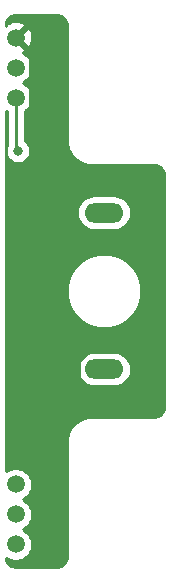
<source format=gbr>
%TF.GenerationSoftware,KiCad,Pcbnew,5.1.9-73d0e3b20d~88~ubuntu20.04.1*%
%TF.CreationDate,2021-04-11T19:31:59-07:00*%
%TF.ProjectId,encoder,656e636f-6465-4722-9e6b-696361645f70,rev?*%
%TF.SameCoordinates,Original*%
%TF.FileFunction,Copper,L2,Bot*%
%TF.FilePolarity,Positive*%
%FSLAX46Y46*%
G04 Gerber Fmt 4.6, Leading zero omitted, Abs format (unit mm)*
G04 Created by KiCad (PCBNEW 5.1.9-73d0e3b20d~88~ubuntu20.04.1) date 2021-04-11 19:31:59*
%MOMM*%
%LPD*%
G01*
G04 APERTURE LIST*
%TA.AperFunction,ComponentPad*%
%ADD10O,3.300000X1.650000*%
%TD*%
%TA.AperFunction,ComponentPad*%
%ADD11C,1.520000*%
%TD*%
%TA.AperFunction,ViaPad*%
%ADD12C,0.800000*%
%TD*%
%TA.AperFunction,Conductor*%
%ADD13C,0.250000*%
%TD*%
%TA.AperFunction,Conductor*%
%ADD14C,0.500000*%
%TD*%
%TA.AperFunction,Conductor*%
%ADD15C,0.254000*%
%TD*%
%TA.AperFunction,Conductor*%
%ADD16C,0.100000*%
%TD*%
G04 APERTURE END LIST*
D10*
%TO.P,CN1,7*%
%TO.N,/MOTOR-*%
X100000000Y-93374800D03*
%TO.P,CN1,8*%
%TO.N,/MOTOR+*%
X100000000Y-106624800D03*
D11*
%TO.P,CN1,3*%
%TO.N,/QUADB*%
X92519900Y-83620000D03*
%TO.P,CN1,2*%
%TO.N,/QUADA*%
X92519900Y-81080000D03*
%TO.P,CN1,1*%
%TO.N,/GND*%
X92519900Y-78540000D03*
%TO.P,CN1,6*%
%TO.N,/MOTOR-*%
X92519900Y-121460000D03*
%TO.P,CN1,5*%
%TO.N,/MOTOR+*%
X92519900Y-118920000D03*
%TO.P,CN1,4*%
%TO.N,/VCC*%
X92519900Y-116380000D03*
%TD*%
D12*
%TO.N,/QUADB*%
X92710000Y-88138000D03*
%TO.N,/GND*%
X94600000Y-98500000D03*
X94570000Y-101060000D03*
X94190000Y-111480000D03*
X93465010Y-89650094D03*
X93472000Y-122936000D03*
X98044000Y-108204000D03*
X100584000Y-104648000D03*
%TD*%
D13*
%TO.N,/QUADB*%
X92519900Y-87947900D02*
X92710000Y-88138000D01*
X92519900Y-83620000D02*
X92519900Y-87947900D01*
D14*
%TO.N,/GND*%
X94600000Y-98500000D02*
X94600000Y-101030000D01*
X94600000Y-101030000D02*
X94570000Y-101060000D01*
X94570000Y-108320000D02*
X94570000Y-101060000D01*
X94565000Y-108315000D02*
X94570000Y-108320000D01*
X94190000Y-108690000D02*
X94565000Y-108315000D01*
X94190000Y-111480000D02*
X94190000Y-108690000D01*
X93465010Y-97365010D02*
X93465010Y-89650094D01*
X94600000Y-98500000D02*
X93465010Y-97365010D01*
X93890002Y-89225102D02*
X93465010Y-89650094D01*
X93890002Y-79910102D02*
X93890002Y-89225102D01*
X92519900Y-78540000D02*
X93890002Y-79910102D01*
X94190000Y-122218000D02*
X93472000Y-122936000D01*
X94190000Y-111480000D02*
X94190000Y-122218000D01*
X94768000Y-111480000D02*
X98044000Y-108204000D01*
X94190000Y-111480000D02*
X94768000Y-111480000D01*
X98044000Y-108204000D02*
X97790000Y-107950000D01*
X97790000Y-107950000D02*
X97790000Y-105918000D01*
X99060000Y-104648000D02*
X100584000Y-104648000D01*
X97790000Y-105918000D02*
X99060000Y-104648000D01*
%TD*%
D15*
%TO.N,/GND*%
X96111703Y-76670542D02*
X96111705Y-76670542D01*
X96159926Y-76674251D01*
X96211037Y-76686046D01*
X96278418Y-76708506D01*
X96355168Y-76740486D01*
X96424388Y-76775096D01*
X96475561Y-76807661D01*
X96532739Y-76853404D01*
X96592665Y-76907337D01*
X96646606Y-76967271D01*
X96692338Y-77024437D01*
X96724904Y-77075612D01*
X96759514Y-77144832D01*
X96791495Y-77221585D01*
X96813954Y-77288964D01*
X96825749Y-77340074D01*
X96829458Y-77388295D01*
X96829458Y-77388296D01*
X96840001Y-77525354D01*
X96840000Y-87192974D01*
X96839458Y-87218296D01*
X96840000Y-87225342D01*
X96840000Y-87232418D01*
X96842486Y-87257657D01*
X96849458Y-87348295D01*
X96849458Y-87348296D01*
X96858281Y-87462997D01*
X96857115Y-87480190D01*
X96863256Y-87527670D01*
X96864431Y-87542943D01*
X96867415Y-87559827D01*
X96869613Y-87576818D01*
X96873055Y-87591734D01*
X96881390Y-87638889D01*
X96887643Y-87654949D01*
X96906715Y-87737597D01*
X96913618Y-87767954D01*
X96913952Y-87768956D01*
X96914192Y-87769996D01*
X96924196Y-87799688D01*
X96961254Y-87910864D01*
X96968301Y-87933920D01*
X96971493Y-87941580D01*
X96974121Y-87949465D01*
X96983960Y-87971501D01*
X97027045Y-88074906D01*
X97035180Y-88096164D01*
X97039516Y-88104837D01*
X97043239Y-88113771D01*
X97053992Y-88133787D01*
X97081339Y-88188481D01*
X97081778Y-88190055D01*
X97110393Y-88246589D01*
X97124177Y-88274157D01*
X97125043Y-88275532D01*
X97125779Y-88276987D01*
X97142382Y-88303077D01*
X97176082Y-88356613D01*
X97177205Y-88357798D01*
X97180043Y-88362259D01*
X97181259Y-88365301D01*
X97214910Y-88417050D01*
X97230589Y-88441688D01*
X97232599Y-88444252D01*
X97234375Y-88446983D01*
X97252611Y-88469777D01*
X97290703Y-88518366D01*
X97293190Y-88520501D01*
X97326365Y-88561971D01*
X97337739Y-88577419D01*
X97346603Y-88587267D01*
X97354879Y-88597613D01*
X97368271Y-88611343D01*
X97407500Y-88654931D01*
X97408703Y-88656923D01*
X97450885Y-88703138D01*
X97471113Y-88725613D01*
X97472830Y-88727180D01*
X97474387Y-88728886D01*
X97496760Y-88749022D01*
X97543077Y-88791297D01*
X97545069Y-88792500D01*
X97588660Y-88831733D01*
X97602387Y-88845121D01*
X97612725Y-88853392D01*
X97622580Y-88862261D01*
X97638035Y-88873640D01*
X97679500Y-88906812D01*
X97681634Y-88909297D01*
X97730180Y-88947356D01*
X97753016Y-88965625D01*
X97755753Y-88967405D01*
X97758312Y-88969411D01*
X97782930Y-88985077D01*
X97834698Y-89018740D01*
X97837738Y-89019955D01*
X97842202Y-89022795D01*
X97843387Y-89023918D01*
X97896923Y-89057618D01*
X97923013Y-89074221D01*
X97924468Y-89074957D01*
X97925843Y-89075823D01*
X97953411Y-89089607D01*
X98009945Y-89118222D01*
X98011519Y-89118661D01*
X98066213Y-89146008D01*
X98086229Y-89156761D01*
X98095163Y-89160484D01*
X98103836Y-89164820D01*
X98125087Y-89172952D01*
X98228499Y-89216040D01*
X98250535Y-89225879D01*
X98258420Y-89228507D01*
X98266080Y-89231699D01*
X98289133Y-89238745D01*
X98400388Y-89275830D01*
X98430004Y-89285808D01*
X98431041Y-89286047D01*
X98432045Y-89286382D01*
X98462458Y-89293297D01*
X98545052Y-89312357D01*
X98561111Y-89318610D01*
X98608263Y-89326944D01*
X98623181Y-89330387D01*
X98640175Y-89332585D01*
X98657057Y-89335569D01*
X98672329Y-89336744D01*
X98719810Y-89342885D01*
X98737003Y-89341719D01*
X98851703Y-89350542D01*
X98851705Y-89350542D01*
X98942341Y-89357514D01*
X98967581Y-89360000D01*
X98974657Y-89360000D01*
X98981703Y-89360542D01*
X99007025Y-89360000D01*
X104224659Y-89360000D01*
X104361703Y-89370542D01*
X104361705Y-89370542D01*
X104409926Y-89374251D01*
X104461037Y-89386046D01*
X104528418Y-89408506D01*
X104605168Y-89440486D01*
X104674388Y-89475096D01*
X104725561Y-89507661D01*
X104782739Y-89553404D01*
X104842665Y-89607337D01*
X104896606Y-89667271D01*
X104942338Y-89724437D01*
X104974904Y-89775612D01*
X105009514Y-89844832D01*
X105041495Y-89921585D01*
X105063954Y-89988964D01*
X105075749Y-90040074D01*
X105079458Y-90088295D01*
X105079458Y-90088296D01*
X105090001Y-90225354D01*
X105090000Y-109774659D01*
X105079458Y-109911704D01*
X105075749Y-109959926D01*
X105063954Y-110011036D01*
X105041495Y-110078415D01*
X105009514Y-110155168D01*
X104974904Y-110224388D01*
X104942338Y-110275563D01*
X104896606Y-110332729D01*
X104842665Y-110392663D01*
X104782739Y-110446596D01*
X104725561Y-110492339D01*
X104674388Y-110524904D01*
X104605168Y-110559514D01*
X104528418Y-110591494D01*
X104461037Y-110613954D01*
X104409926Y-110625749D01*
X104361705Y-110629458D01*
X104361703Y-110629458D01*
X104224659Y-110640000D01*
X99007025Y-110640000D01*
X98981703Y-110639458D01*
X98974657Y-110640000D01*
X98967581Y-110640000D01*
X98942341Y-110642486D01*
X98851705Y-110649458D01*
X98851703Y-110649458D01*
X98737003Y-110658281D01*
X98719810Y-110657115D01*
X98672329Y-110663256D01*
X98657057Y-110664431D01*
X98640175Y-110667415D01*
X98623181Y-110669613D01*
X98608263Y-110673056D01*
X98561111Y-110681390D01*
X98545052Y-110687643D01*
X98462458Y-110706703D01*
X98432045Y-110713618D01*
X98431041Y-110713953D01*
X98430004Y-110714192D01*
X98400388Y-110724170D01*
X98289133Y-110761255D01*
X98266080Y-110768301D01*
X98258420Y-110771493D01*
X98250535Y-110774121D01*
X98228499Y-110783960D01*
X98125087Y-110827048D01*
X98103836Y-110835180D01*
X98095163Y-110839516D01*
X98086229Y-110843239D01*
X98066213Y-110853992D01*
X98011519Y-110881339D01*
X98009945Y-110881778D01*
X97953411Y-110910393D01*
X97925843Y-110924177D01*
X97924468Y-110925043D01*
X97923013Y-110925779D01*
X97896923Y-110942382D01*
X97843387Y-110976082D01*
X97842202Y-110977205D01*
X97837738Y-110980045D01*
X97834698Y-110981260D01*
X97782930Y-111014923D01*
X97758312Y-111030589D01*
X97755753Y-111032595D01*
X97753016Y-111034375D01*
X97730180Y-111052644D01*
X97681634Y-111090703D01*
X97679500Y-111093188D01*
X97638035Y-111126360D01*
X97622580Y-111137739D01*
X97612725Y-111146608D01*
X97602387Y-111154879D01*
X97588660Y-111168267D01*
X97545069Y-111207500D01*
X97543077Y-111208703D01*
X97496760Y-111250978D01*
X97474387Y-111271114D01*
X97472830Y-111272820D01*
X97471113Y-111274387D01*
X97450885Y-111296862D01*
X97408703Y-111343077D01*
X97407500Y-111345069D01*
X97368271Y-111388657D01*
X97354879Y-111402387D01*
X97346603Y-111412733D01*
X97337739Y-111422581D01*
X97326365Y-111438029D01*
X97293190Y-111479499D01*
X97290703Y-111481634D01*
X97252611Y-111530223D01*
X97234375Y-111553017D01*
X97232599Y-111555748D01*
X97230589Y-111558312D01*
X97214910Y-111582950D01*
X97181259Y-111634699D01*
X97180043Y-111637741D01*
X97177205Y-111642202D01*
X97176082Y-111643387D01*
X97142445Y-111696823D01*
X97125779Y-111723013D01*
X97125043Y-111724468D01*
X97124177Y-111725843D01*
X97110393Y-111753411D01*
X97081778Y-111809945D01*
X97081339Y-111811519D01*
X97053992Y-111866213D01*
X97043239Y-111886229D01*
X97039516Y-111895163D01*
X97035180Y-111903836D01*
X97027045Y-111925094D01*
X96983960Y-112028499D01*
X96974121Y-112050535D01*
X96971493Y-112058420D01*
X96968301Y-112066080D01*
X96961254Y-112089136D01*
X96924196Y-112200312D01*
X96914192Y-112230004D01*
X96913952Y-112231044D01*
X96913618Y-112232046D01*
X96906715Y-112262403D01*
X96887643Y-112345051D01*
X96881390Y-112361111D01*
X96873055Y-112408266D01*
X96869613Y-112423182D01*
X96867415Y-112440173D01*
X96864431Y-112457057D01*
X96863256Y-112472330D01*
X96857115Y-112519810D01*
X96858281Y-112537003D01*
X96854431Y-112587057D01*
X96842483Y-112742384D01*
X96840001Y-112767581D01*
X96840001Y-112774645D01*
X96839458Y-112781704D01*
X96840001Y-112807072D01*
X96840000Y-122474659D01*
X96829458Y-122611703D01*
X96825749Y-122659926D01*
X96813954Y-122711036D01*
X96791495Y-122778415D01*
X96759514Y-122855168D01*
X96724904Y-122924388D01*
X96692338Y-122975563D01*
X96646606Y-123032729D01*
X96592665Y-123092663D01*
X96532739Y-123146596D01*
X96475561Y-123192339D01*
X96424388Y-123224904D01*
X96355168Y-123259514D01*
X96278418Y-123291494D01*
X96211037Y-123313954D01*
X96159926Y-123325749D01*
X96111705Y-123329458D01*
X96111703Y-123329458D01*
X95974659Y-123340000D01*
X92525341Y-123340000D01*
X92388296Y-123329458D01*
X92388295Y-123329458D01*
X92340074Y-123325749D01*
X92288964Y-123313954D01*
X92221585Y-123291495D01*
X92144832Y-123259514D01*
X92075612Y-123224904D01*
X92024437Y-123192338D01*
X91967271Y-123146606D01*
X91907337Y-123092665D01*
X91853404Y-123032739D01*
X91807661Y-122975561D01*
X91775096Y-122924388D01*
X91740486Y-122855168D01*
X91708506Y-122778418D01*
X91686046Y-122711037D01*
X91674251Y-122659926D01*
X91670542Y-122611703D01*
X91667179Y-122567982D01*
X91859120Y-122696233D01*
X92112993Y-122801391D01*
X92382504Y-122855000D01*
X92657296Y-122855000D01*
X92926807Y-122801391D01*
X93180680Y-122696233D01*
X93409161Y-122543567D01*
X93603467Y-122349261D01*
X93756133Y-122120780D01*
X93861291Y-121866907D01*
X93914900Y-121597396D01*
X93914900Y-121322604D01*
X93861291Y-121053093D01*
X93756133Y-120799220D01*
X93603467Y-120570739D01*
X93409161Y-120376433D01*
X93180680Y-120223767D01*
X93099160Y-120190000D01*
X93180680Y-120156233D01*
X93409161Y-120003567D01*
X93603467Y-119809261D01*
X93756133Y-119580780D01*
X93861291Y-119326907D01*
X93914900Y-119057396D01*
X93914900Y-118782604D01*
X93861291Y-118513093D01*
X93756133Y-118259220D01*
X93603467Y-118030739D01*
X93409161Y-117836433D01*
X93180680Y-117683767D01*
X93099160Y-117650000D01*
X93180680Y-117616233D01*
X93409161Y-117463567D01*
X93603467Y-117269261D01*
X93756133Y-117040780D01*
X93861291Y-116786907D01*
X93914900Y-116517396D01*
X93914900Y-116242604D01*
X93861291Y-115973093D01*
X93756133Y-115719220D01*
X93603467Y-115490739D01*
X93409161Y-115296433D01*
X93180680Y-115143767D01*
X92926807Y-115038609D01*
X92657296Y-114985000D01*
X92382504Y-114985000D01*
X92112993Y-115038609D01*
X91859120Y-115143767D01*
X91660000Y-115276815D01*
X91660000Y-106624800D01*
X97707936Y-106624800D01*
X97736125Y-106911010D01*
X97819610Y-107186221D01*
X97955181Y-107439857D01*
X98137629Y-107662171D01*
X98359943Y-107844619D01*
X98613579Y-107980190D01*
X98888790Y-108063675D01*
X99103277Y-108084800D01*
X100896723Y-108084800D01*
X101111210Y-108063675D01*
X101386421Y-107980190D01*
X101640057Y-107844619D01*
X101862371Y-107662171D01*
X102044819Y-107439857D01*
X102180390Y-107186221D01*
X102263875Y-106911010D01*
X102292064Y-106624800D01*
X102263875Y-106338590D01*
X102180390Y-106063379D01*
X102044819Y-105809743D01*
X101862371Y-105587429D01*
X101640057Y-105404981D01*
X101386421Y-105269410D01*
X101111210Y-105185925D01*
X100896723Y-105164800D01*
X99103277Y-105164800D01*
X98888790Y-105185925D01*
X98613579Y-105269410D01*
X98359943Y-105404981D01*
X98137629Y-105587429D01*
X97955181Y-105809743D01*
X97819610Y-106063379D01*
X97736125Y-106338590D01*
X97707936Y-106624800D01*
X91660000Y-106624800D01*
X91660000Y-99688767D01*
X96840000Y-99688767D01*
X96840000Y-100311233D01*
X96961437Y-100921738D01*
X97199644Y-101496821D01*
X97545468Y-102014383D01*
X97985617Y-102454532D01*
X98503179Y-102800356D01*
X99078262Y-103038563D01*
X99688767Y-103160000D01*
X100311233Y-103160000D01*
X100921738Y-103038563D01*
X101496821Y-102800356D01*
X102014383Y-102454532D01*
X102454532Y-102014383D01*
X102800356Y-101496821D01*
X103038563Y-100921738D01*
X103160000Y-100311233D01*
X103160000Y-99688767D01*
X103038563Y-99078262D01*
X102800356Y-98503179D01*
X102454532Y-97985617D01*
X102014383Y-97545468D01*
X101496821Y-97199644D01*
X100921738Y-96961437D01*
X100311233Y-96840000D01*
X99688767Y-96840000D01*
X99078262Y-96961437D01*
X98503179Y-97199644D01*
X97985617Y-97545468D01*
X97545468Y-97985617D01*
X97199644Y-98503179D01*
X96961437Y-99078262D01*
X96840000Y-99688767D01*
X91660000Y-99688767D01*
X91660000Y-93374800D01*
X97707936Y-93374800D01*
X97736125Y-93661010D01*
X97819610Y-93936221D01*
X97955181Y-94189857D01*
X98137629Y-94412171D01*
X98359943Y-94594619D01*
X98613579Y-94730190D01*
X98888790Y-94813675D01*
X99103277Y-94834800D01*
X100896723Y-94834800D01*
X101111210Y-94813675D01*
X101386421Y-94730190D01*
X101640057Y-94594619D01*
X101862371Y-94412171D01*
X102044819Y-94189857D01*
X102180390Y-93936221D01*
X102263875Y-93661010D01*
X102292064Y-93374800D01*
X102263875Y-93088590D01*
X102180390Y-92813379D01*
X102044819Y-92559743D01*
X101862371Y-92337429D01*
X101640057Y-92154981D01*
X101386421Y-92019410D01*
X101111210Y-91935925D01*
X100896723Y-91914800D01*
X99103277Y-91914800D01*
X98888790Y-91935925D01*
X98613579Y-92019410D01*
X98359943Y-92154981D01*
X98137629Y-92337429D01*
X97955181Y-92559743D01*
X97819610Y-92813379D01*
X97736125Y-93088590D01*
X97707936Y-93374800D01*
X91660000Y-93374800D01*
X91660000Y-84723185D01*
X91759900Y-84789937D01*
X91759901Y-87727157D01*
X91714774Y-87836102D01*
X91675000Y-88036061D01*
X91675000Y-88239939D01*
X91714774Y-88439898D01*
X91792795Y-88628256D01*
X91906063Y-88797774D01*
X92050226Y-88941937D01*
X92219744Y-89055205D01*
X92408102Y-89133226D01*
X92608061Y-89173000D01*
X92811939Y-89173000D01*
X93011898Y-89133226D01*
X93200256Y-89055205D01*
X93369774Y-88941937D01*
X93513937Y-88797774D01*
X93627205Y-88628256D01*
X93705226Y-88439898D01*
X93745000Y-88239939D01*
X93745000Y-88036061D01*
X93705226Y-87836102D01*
X93627205Y-87647744D01*
X93513937Y-87478226D01*
X93369774Y-87334063D01*
X93279900Y-87274011D01*
X93279900Y-84789936D01*
X93409161Y-84703567D01*
X93603467Y-84509261D01*
X93756133Y-84280780D01*
X93861291Y-84026907D01*
X93914900Y-83757396D01*
X93914900Y-83482604D01*
X93861291Y-83213093D01*
X93756133Y-82959220D01*
X93603467Y-82730739D01*
X93409161Y-82536433D01*
X93180680Y-82383767D01*
X93099160Y-82350000D01*
X93180680Y-82316233D01*
X93409161Y-82163567D01*
X93603467Y-81969261D01*
X93756133Y-81740780D01*
X93861291Y-81486907D01*
X93914900Y-81217396D01*
X93914900Y-80942604D01*
X93861291Y-80673093D01*
X93756133Y-80419220D01*
X93603467Y-80190739D01*
X93409161Y-79996433D01*
X93180680Y-79843767D01*
X93104399Y-79812170D01*
X93122226Y-79805744D01*
X93237694Y-79744025D01*
X93304431Y-79504137D01*
X92519900Y-78719605D01*
X92505758Y-78733748D01*
X92326152Y-78554142D01*
X92340295Y-78540000D01*
X92699505Y-78540000D01*
X93484037Y-79324531D01*
X93723925Y-79257794D01*
X93840824Y-79009108D01*
X93906961Y-78742394D01*
X93919795Y-78467903D01*
X93878831Y-78196183D01*
X93785644Y-77937674D01*
X93723925Y-77822206D01*
X93484037Y-77755469D01*
X92699505Y-78540000D01*
X92340295Y-78540000D01*
X92326152Y-78525858D01*
X92505758Y-78346252D01*
X92519900Y-78360395D01*
X93304431Y-77575863D01*
X93237694Y-77335975D01*
X92989008Y-77219076D01*
X92722294Y-77152939D01*
X92447803Y-77140105D01*
X92176083Y-77181069D01*
X91917574Y-77274256D01*
X91802106Y-77335975D01*
X91735369Y-77575861D01*
X91661775Y-77502267D01*
X91670542Y-77388297D01*
X91670542Y-77388295D01*
X91674251Y-77340074D01*
X91686046Y-77288963D01*
X91708506Y-77221582D01*
X91740486Y-77144832D01*
X91775096Y-77075612D01*
X91807661Y-77024439D01*
X91853404Y-76967261D01*
X91907337Y-76907335D01*
X91967271Y-76853394D01*
X92024437Y-76807662D01*
X92075612Y-76775096D01*
X92144832Y-76740486D01*
X92221585Y-76708505D01*
X92288964Y-76686046D01*
X92340074Y-76674251D01*
X92388295Y-76670542D01*
X92388296Y-76670542D01*
X92525341Y-76660000D01*
X95974659Y-76660000D01*
X96111703Y-76670542D01*
%TA.AperFunction,Conductor*%
D16*
G36*
X96111703Y-76670542D02*
G01*
X96111705Y-76670542D01*
X96159926Y-76674251D01*
X96211037Y-76686046D01*
X96278418Y-76708506D01*
X96355168Y-76740486D01*
X96424388Y-76775096D01*
X96475561Y-76807661D01*
X96532739Y-76853404D01*
X96592665Y-76907337D01*
X96646606Y-76967271D01*
X96692338Y-77024437D01*
X96724904Y-77075612D01*
X96759514Y-77144832D01*
X96791495Y-77221585D01*
X96813954Y-77288964D01*
X96825749Y-77340074D01*
X96829458Y-77388295D01*
X96829458Y-77388296D01*
X96840001Y-77525354D01*
X96840000Y-87192974D01*
X96839458Y-87218296D01*
X96840000Y-87225342D01*
X96840000Y-87232418D01*
X96842486Y-87257657D01*
X96849458Y-87348295D01*
X96849458Y-87348296D01*
X96858281Y-87462997D01*
X96857115Y-87480190D01*
X96863256Y-87527670D01*
X96864431Y-87542943D01*
X96867415Y-87559827D01*
X96869613Y-87576818D01*
X96873055Y-87591734D01*
X96881390Y-87638889D01*
X96887643Y-87654949D01*
X96906715Y-87737597D01*
X96913618Y-87767954D01*
X96913952Y-87768956D01*
X96914192Y-87769996D01*
X96924196Y-87799688D01*
X96961254Y-87910864D01*
X96968301Y-87933920D01*
X96971493Y-87941580D01*
X96974121Y-87949465D01*
X96983960Y-87971501D01*
X97027045Y-88074906D01*
X97035180Y-88096164D01*
X97039516Y-88104837D01*
X97043239Y-88113771D01*
X97053992Y-88133787D01*
X97081339Y-88188481D01*
X97081778Y-88190055D01*
X97110393Y-88246589D01*
X97124177Y-88274157D01*
X97125043Y-88275532D01*
X97125779Y-88276987D01*
X97142382Y-88303077D01*
X97176082Y-88356613D01*
X97177205Y-88357798D01*
X97180043Y-88362259D01*
X97181259Y-88365301D01*
X97214910Y-88417050D01*
X97230589Y-88441688D01*
X97232599Y-88444252D01*
X97234375Y-88446983D01*
X97252611Y-88469777D01*
X97290703Y-88518366D01*
X97293190Y-88520501D01*
X97326365Y-88561971D01*
X97337739Y-88577419D01*
X97346603Y-88587267D01*
X97354879Y-88597613D01*
X97368271Y-88611343D01*
X97407500Y-88654931D01*
X97408703Y-88656923D01*
X97450885Y-88703138D01*
X97471113Y-88725613D01*
X97472830Y-88727180D01*
X97474387Y-88728886D01*
X97496760Y-88749022D01*
X97543077Y-88791297D01*
X97545069Y-88792500D01*
X97588660Y-88831733D01*
X97602387Y-88845121D01*
X97612725Y-88853392D01*
X97622580Y-88862261D01*
X97638035Y-88873640D01*
X97679500Y-88906812D01*
X97681634Y-88909297D01*
X97730180Y-88947356D01*
X97753016Y-88965625D01*
X97755753Y-88967405D01*
X97758312Y-88969411D01*
X97782930Y-88985077D01*
X97834698Y-89018740D01*
X97837738Y-89019955D01*
X97842202Y-89022795D01*
X97843387Y-89023918D01*
X97896923Y-89057618D01*
X97923013Y-89074221D01*
X97924468Y-89074957D01*
X97925843Y-89075823D01*
X97953411Y-89089607D01*
X98009945Y-89118222D01*
X98011519Y-89118661D01*
X98066213Y-89146008D01*
X98086229Y-89156761D01*
X98095163Y-89160484D01*
X98103836Y-89164820D01*
X98125087Y-89172952D01*
X98228499Y-89216040D01*
X98250535Y-89225879D01*
X98258420Y-89228507D01*
X98266080Y-89231699D01*
X98289133Y-89238745D01*
X98400388Y-89275830D01*
X98430004Y-89285808D01*
X98431041Y-89286047D01*
X98432045Y-89286382D01*
X98462458Y-89293297D01*
X98545052Y-89312357D01*
X98561111Y-89318610D01*
X98608263Y-89326944D01*
X98623181Y-89330387D01*
X98640175Y-89332585D01*
X98657057Y-89335569D01*
X98672329Y-89336744D01*
X98719810Y-89342885D01*
X98737003Y-89341719D01*
X98851703Y-89350542D01*
X98851705Y-89350542D01*
X98942341Y-89357514D01*
X98967581Y-89360000D01*
X98974657Y-89360000D01*
X98981703Y-89360542D01*
X99007025Y-89360000D01*
X104224659Y-89360000D01*
X104361703Y-89370542D01*
X104361705Y-89370542D01*
X104409926Y-89374251D01*
X104461037Y-89386046D01*
X104528418Y-89408506D01*
X104605168Y-89440486D01*
X104674388Y-89475096D01*
X104725561Y-89507661D01*
X104782739Y-89553404D01*
X104842665Y-89607337D01*
X104896606Y-89667271D01*
X104942338Y-89724437D01*
X104974904Y-89775612D01*
X105009514Y-89844832D01*
X105041495Y-89921585D01*
X105063954Y-89988964D01*
X105075749Y-90040074D01*
X105079458Y-90088295D01*
X105079458Y-90088296D01*
X105090001Y-90225354D01*
X105090000Y-109774659D01*
X105079458Y-109911704D01*
X105075749Y-109959926D01*
X105063954Y-110011036D01*
X105041495Y-110078415D01*
X105009514Y-110155168D01*
X104974904Y-110224388D01*
X104942338Y-110275563D01*
X104896606Y-110332729D01*
X104842665Y-110392663D01*
X104782739Y-110446596D01*
X104725561Y-110492339D01*
X104674388Y-110524904D01*
X104605168Y-110559514D01*
X104528418Y-110591494D01*
X104461037Y-110613954D01*
X104409926Y-110625749D01*
X104361705Y-110629458D01*
X104361703Y-110629458D01*
X104224659Y-110640000D01*
X99007025Y-110640000D01*
X98981703Y-110639458D01*
X98974657Y-110640000D01*
X98967581Y-110640000D01*
X98942341Y-110642486D01*
X98851705Y-110649458D01*
X98851703Y-110649458D01*
X98737003Y-110658281D01*
X98719810Y-110657115D01*
X98672329Y-110663256D01*
X98657057Y-110664431D01*
X98640175Y-110667415D01*
X98623181Y-110669613D01*
X98608263Y-110673056D01*
X98561111Y-110681390D01*
X98545052Y-110687643D01*
X98462458Y-110706703D01*
X98432045Y-110713618D01*
X98431041Y-110713953D01*
X98430004Y-110714192D01*
X98400388Y-110724170D01*
X98289133Y-110761255D01*
X98266080Y-110768301D01*
X98258420Y-110771493D01*
X98250535Y-110774121D01*
X98228499Y-110783960D01*
X98125087Y-110827048D01*
X98103836Y-110835180D01*
X98095163Y-110839516D01*
X98086229Y-110843239D01*
X98066213Y-110853992D01*
X98011519Y-110881339D01*
X98009945Y-110881778D01*
X97953411Y-110910393D01*
X97925843Y-110924177D01*
X97924468Y-110925043D01*
X97923013Y-110925779D01*
X97896923Y-110942382D01*
X97843387Y-110976082D01*
X97842202Y-110977205D01*
X97837738Y-110980045D01*
X97834698Y-110981260D01*
X97782930Y-111014923D01*
X97758312Y-111030589D01*
X97755753Y-111032595D01*
X97753016Y-111034375D01*
X97730180Y-111052644D01*
X97681634Y-111090703D01*
X97679500Y-111093188D01*
X97638035Y-111126360D01*
X97622580Y-111137739D01*
X97612725Y-111146608D01*
X97602387Y-111154879D01*
X97588660Y-111168267D01*
X97545069Y-111207500D01*
X97543077Y-111208703D01*
X97496760Y-111250978D01*
X97474387Y-111271114D01*
X97472830Y-111272820D01*
X97471113Y-111274387D01*
X97450885Y-111296862D01*
X97408703Y-111343077D01*
X97407500Y-111345069D01*
X97368271Y-111388657D01*
X97354879Y-111402387D01*
X97346603Y-111412733D01*
X97337739Y-111422581D01*
X97326365Y-111438029D01*
X97293190Y-111479499D01*
X97290703Y-111481634D01*
X97252611Y-111530223D01*
X97234375Y-111553017D01*
X97232599Y-111555748D01*
X97230589Y-111558312D01*
X97214910Y-111582950D01*
X97181259Y-111634699D01*
X97180043Y-111637741D01*
X97177205Y-111642202D01*
X97176082Y-111643387D01*
X97142445Y-111696823D01*
X97125779Y-111723013D01*
X97125043Y-111724468D01*
X97124177Y-111725843D01*
X97110393Y-111753411D01*
X97081778Y-111809945D01*
X97081339Y-111811519D01*
X97053992Y-111866213D01*
X97043239Y-111886229D01*
X97039516Y-111895163D01*
X97035180Y-111903836D01*
X97027045Y-111925094D01*
X96983960Y-112028499D01*
X96974121Y-112050535D01*
X96971493Y-112058420D01*
X96968301Y-112066080D01*
X96961254Y-112089136D01*
X96924196Y-112200312D01*
X96914192Y-112230004D01*
X96913952Y-112231044D01*
X96913618Y-112232046D01*
X96906715Y-112262403D01*
X96887643Y-112345051D01*
X96881390Y-112361111D01*
X96873055Y-112408266D01*
X96869613Y-112423182D01*
X96867415Y-112440173D01*
X96864431Y-112457057D01*
X96863256Y-112472330D01*
X96857115Y-112519810D01*
X96858281Y-112537003D01*
X96854431Y-112587057D01*
X96842483Y-112742384D01*
X96840001Y-112767581D01*
X96840001Y-112774645D01*
X96839458Y-112781704D01*
X96840001Y-112807072D01*
X96840000Y-122474659D01*
X96829458Y-122611703D01*
X96825749Y-122659926D01*
X96813954Y-122711036D01*
X96791495Y-122778415D01*
X96759514Y-122855168D01*
X96724904Y-122924388D01*
X96692338Y-122975563D01*
X96646606Y-123032729D01*
X96592665Y-123092663D01*
X96532739Y-123146596D01*
X96475561Y-123192339D01*
X96424388Y-123224904D01*
X96355168Y-123259514D01*
X96278418Y-123291494D01*
X96211037Y-123313954D01*
X96159926Y-123325749D01*
X96111705Y-123329458D01*
X96111703Y-123329458D01*
X95974659Y-123340000D01*
X92525341Y-123340000D01*
X92388296Y-123329458D01*
X92388295Y-123329458D01*
X92340074Y-123325749D01*
X92288964Y-123313954D01*
X92221585Y-123291495D01*
X92144832Y-123259514D01*
X92075612Y-123224904D01*
X92024437Y-123192338D01*
X91967271Y-123146606D01*
X91907337Y-123092665D01*
X91853404Y-123032739D01*
X91807661Y-122975561D01*
X91775096Y-122924388D01*
X91740486Y-122855168D01*
X91708506Y-122778418D01*
X91686046Y-122711037D01*
X91674251Y-122659926D01*
X91670542Y-122611703D01*
X91667179Y-122567982D01*
X91859120Y-122696233D01*
X92112993Y-122801391D01*
X92382504Y-122855000D01*
X92657296Y-122855000D01*
X92926807Y-122801391D01*
X93180680Y-122696233D01*
X93409161Y-122543567D01*
X93603467Y-122349261D01*
X93756133Y-122120780D01*
X93861291Y-121866907D01*
X93914900Y-121597396D01*
X93914900Y-121322604D01*
X93861291Y-121053093D01*
X93756133Y-120799220D01*
X93603467Y-120570739D01*
X93409161Y-120376433D01*
X93180680Y-120223767D01*
X93099160Y-120190000D01*
X93180680Y-120156233D01*
X93409161Y-120003567D01*
X93603467Y-119809261D01*
X93756133Y-119580780D01*
X93861291Y-119326907D01*
X93914900Y-119057396D01*
X93914900Y-118782604D01*
X93861291Y-118513093D01*
X93756133Y-118259220D01*
X93603467Y-118030739D01*
X93409161Y-117836433D01*
X93180680Y-117683767D01*
X93099160Y-117650000D01*
X93180680Y-117616233D01*
X93409161Y-117463567D01*
X93603467Y-117269261D01*
X93756133Y-117040780D01*
X93861291Y-116786907D01*
X93914900Y-116517396D01*
X93914900Y-116242604D01*
X93861291Y-115973093D01*
X93756133Y-115719220D01*
X93603467Y-115490739D01*
X93409161Y-115296433D01*
X93180680Y-115143767D01*
X92926807Y-115038609D01*
X92657296Y-114985000D01*
X92382504Y-114985000D01*
X92112993Y-115038609D01*
X91859120Y-115143767D01*
X91660000Y-115276815D01*
X91660000Y-106624800D01*
X97707936Y-106624800D01*
X97736125Y-106911010D01*
X97819610Y-107186221D01*
X97955181Y-107439857D01*
X98137629Y-107662171D01*
X98359943Y-107844619D01*
X98613579Y-107980190D01*
X98888790Y-108063675D01*
X99103277Y-108084800D01*
X100896723Y-108084800D01*
X101111210Y-108063675D01*
X101386421Y-107980190D01*
X101640057Y-107844619D01*
X101862371Y-107662171D01*
X102044819Y-107439857D01*
X102180390Y-107186221D01*
X102263875Y-106911010D01*
X102292064Y-106624800D01*
X102263875Y-106338590D01*
X102180390Y-106063379D01*
X102044819Y-105809743D01*
X101862371Y-105587429D01*
X101640057Y-105404981D01*
X101386421Y-105269410D01*
X101111210Y-105185925D01*
X100896723Y-105164800D01*
X99103277Y-105164800D01*
X98888790Y-105185925D01*
X98613579Y-105269410D01*
X98359943Y-105404981D01*
X98137629Y-105587429D01*
X97955181Y-105809743D01*
X97819610Y-106063379D01*
X97736125Y-106338590D01*
X97707936Y-106624800D01*
X91660000Y-106624800D01*
X91660000Y-99688767D01*
X96840000Y-99688767D01*
X96840000Y-100311233D01*
X96961437Y-100921738D01*
X97199644Y-101496821D01*
X97545468Y-102014383D01*
X97985617Y-102454532D01*
X98503179Y-102800356D01*
X99078262Y-103038563D01*
X99688767Y-103160000D01*
X100311233Y-103160000D01*
X100921738Y-103038563D01*
X101496821Y-102800356D01*
X102014383Y-102454532D01*
X102454532Y-102014383D01*
X102800356Y-101496821D01*
X103038563Y-100921738D01*
X103160000Y-100311233D01*
X103160000Y-99688767D01*
X103038563Y-99078262D01*
X102800356Y-98503179D01*
X102454532Y-97985617D01*
X102014383Y-97545468D01*
X101496821Y-97199644D01*
X100921738Y-96961437D01*
X100311233Y-96840000D01*
X99688767Y-96840000D01*
X99078262Y-96961437D01*
X98503179Y-97199644D01*
X97985617Y-97545468D01*
X97545468Y-97985617D01*
X97199644Y-98503179D01*
X96961437Y-99078262D01*
X96840000Y-99688767D01*
X91660000Y-99688767D01*
X91660000Y-93374800D01*
X97707936Y-93374800D01*
X97736125Y-93661010D01*
X97819610Y-93936221D01*
X97955181Y-94189857D01*
X98137629Y-94412171D01*
X98359943Y-94594619D01*
X98613579Y-94730190D01*
X98888790Y-94813675D01*
X99103277Y-94834800D01*
X100896723Y-94834800D01*
X101111210Y-94813675D01*
X101386421Y-94730190D01*
X101640057Y-94594619D01*
X101862371Y-94412171D01*
X102044819Y-94189857D01*
X102180390Y-93936221D01*
X102263875Y-93661010D01*
X102292064Y-93374800D01*
X102263875Y-93088590D01*
X102180390Y-92813379D01*
X102044819Y-92559743D01*
X101862371Y-92337429D01*
X101640057Y-92154981D01*
X101386421Y-92019410D01*
X101111210Y-91935925D01*
X100896723Y-91914800D01*
X99103277Y-91914800D01*
X98888790Y-91935925D01*
X98613579Y-92019410D01*
X98359943Y-92154981D01*
X98137629Y-92337429D01*
X97955181Y-92559743D01*
X97819610Y-92813379D01*
X97736125Y-93088590D01*
X97707936Y-93374800D01*
X91660000Y-93374800D01*
X91660000Y-84723185D01*
X91759900Y-84789937D01*
X91759901Y-87727157D01*
X91714774Y-87836102D01*
X91675000Y-88036061D01*
X91675000Y-88239939D01*
X91714774Y-88439898D01*
X91792795Y-88628256D01*
X91906063Y-88797774D01*
X92050226Y-88941937D01*
X92219744Y-89055205D01*
X92408102Y-89133226D01*
X92608061Y-89173000D01*
X92811939Y-89173000D01*
X93011898Y-89133226D01*
X93200256Y-89055205D01*
X93369774Y-88941937D01*
X93513937Y-88797774D01*
X93627205Y-88628256D01*
X93705226Y-88439898D01*
X93745000Y-88239939D01*
X93745000Y-88036061D01*
X93705226Y-87836102D01*
X93627205Y-87647744D01*
X93513937Y-87478226D01*
X93369774Y-87334063D01*
X93279900Y-87274011D01*
X93279900Y-84789936D01*
X93409161Y-84703567D01*
X93603467Y-84509261D01*
X93756133Y-84280780D01*
X93861291Y-84026907D01*
X93914900Y-83757396D01*
X93914900Y-83482604D01*
X93861291Y-83213093D01*
X93756133Y-82959220D01*
X93603467Y-82730739D01*
X93409161Y-82536433D01*
X93180680Y-82383767D01*
X93099160Y-82350000D01*
X93180680Y-82316233D01*
X93409161Y-82163567D01*
X93603467Y-81969261D01*
X93756133Y-81740780D01*
X93861291Y-81486907D01*
X93914900Y-81217396D01*
X93914900Y-80942604D01*
X93861291Y-80673093D01*
X93756133Y-80419220D01*
X93603467Y-80190739D01*
X93409161Y-79996433D01*
X93180680Y-79843767D01*
X93104399Y-79812170D01*
X93122226Y-79805744D01*
X93237694Y-79744025D01*
X93304431Y-79504137D01*
X92519900Y-78719605D01*
X92505758Y-78733748D01*
X92326152Y-78554142D01*
X92340295Y-78540000D01*
X92699505Y-78540000D01*
X93484037Y-79324531D01*
X93723925Y-79257794D01*
X93840824Y-79009108D01*
X93906961Y-78742394D01*
X93919795Y-78467903D01*
X93878831Y-78196183D01*
X93785644Y-77937674D01*
X93723925Y-77822206D01*
X93484037Y-77755469D01*
X92699505Y-78540000D01*
X92340295Y-78540000D01*
X92326152Y-78525858D01*
X92505758Y-78346252D01*
X92519900Y-78360395D01*
X93304431Y-77575863D01*
X93237694Y-77335975D01*
X92989008Y-77219076D01*
X92722294Y-77152939D01*
X92447803Y-77140105D01*
X92176083Y-77181069D01*
X91917574Y-77274256D01*
X91802106Y-77335975D01*
X91735369Y-77575861D01*
X91661775Y-77502267D01*
X91670542Y-77388297D01*
X91670542Y-77388295D01*
X91674251Y-77340074D01*
X91686046Y-77288963D01*
X91708506Y-77221582D01*
X91740486Y-77144832D01*
X91775096Y-77075612D01*
X91807661Y-77024439D01*
X91853404Y-76967261D01*
X91907337Y-76907335D01*
X91967271Y-76853394D01*
X92024437Y-76807662D01*
X92075612Y-76775096D01*
X92144832Y-76740486D01*
X92221585Y-76708505D01*
X92288964Y-76686046D01*
X92340074Y-76674251D01*
X92388295Y-76670542D01*
X92388296Y-76670542D01*
X92525341Y-76660000D01*
X95974659Y-76660000D01*
X96111703Y-76670542D01*
G37*
%TD.AperFunction*%
%TD*%
M02*

</source>
